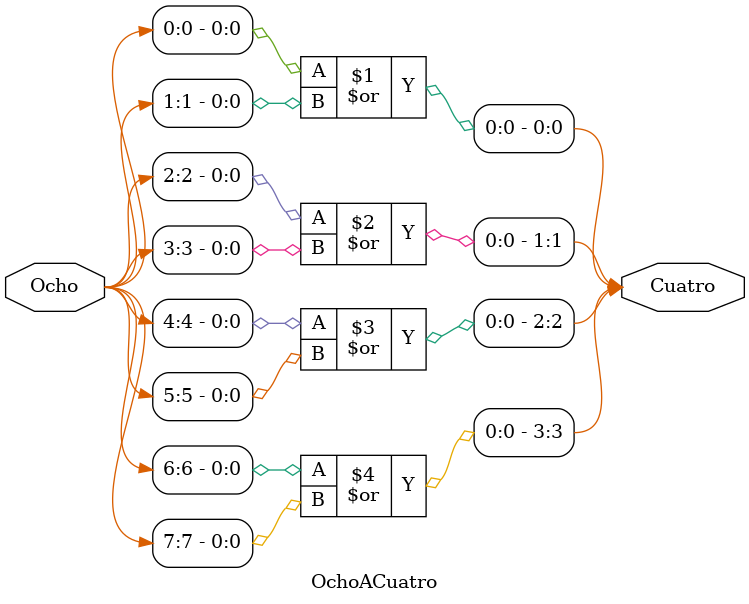
<source format=v>
`timescale 1ns / 1ps

module OchoACuatro(
input [7:0] Ocho,
output [3:0] Cuatro
);
assign Cuatro[0] = Ocho[0] | Ocho[1];
assign Cuatro[1] = Ocho[2] | Ocho[3];
assign Cuatro[2] = Ocho[4] | Ocho[5];
assign Cuatro[3] = Ocho[6] | Ocho[7];
endmodule

</source>
